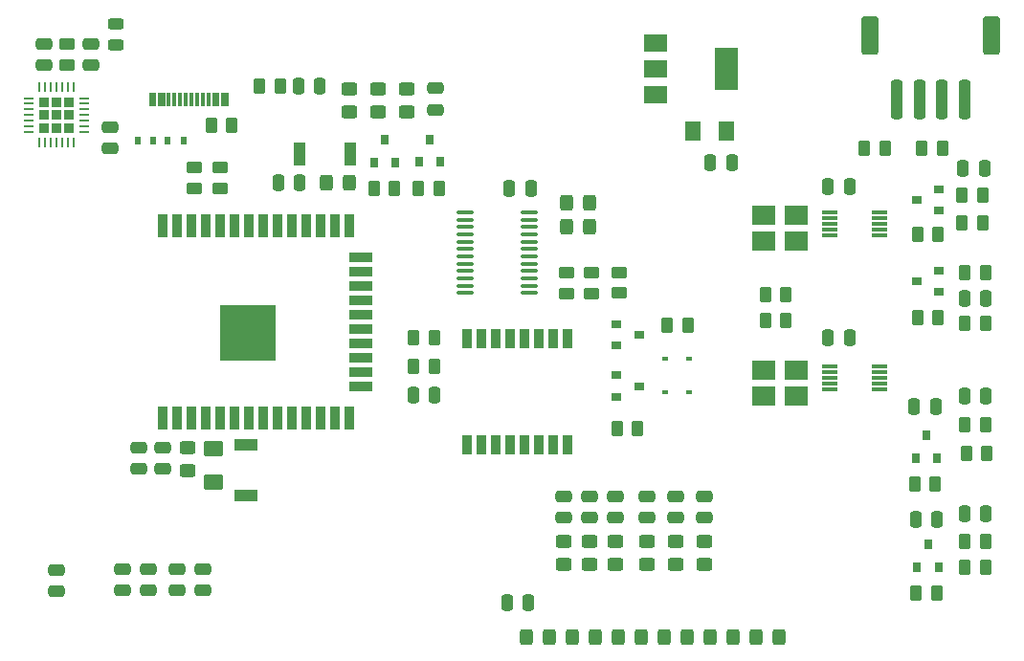
<source format=gtp>
G04 #@! TF.GenerationSoftware,KiCad,Pcbnew,7.0.7*
G04 #@! TF.CreationDate,2023-09-10T11:25:55+02:00*
G04 #@! TF.ProjectId,ESP32Vfo,45535033-3256-4666-9f2e-6b696361645f,rev?*
G04 #@! TF.SameCoordinates,Original*
G04 #@! TF.FileFunction,Paste,Top*
G04 #@! TF.FilePolarity,Positive*
%FSLAX46Y46*%
G04 Gerber Fmt 4.6, Leading zero omitted, Abs format (unit mm)*
G04 Created by KiCad (PCBNEW 7.0.7) date 2023-09-10 11:25:55*
%MOMM*%
%LPD*%
G01*
G04 APERTURE LIST*
G04 Aperture macros list*
%AMRoundRect*
0 Rectangle with rounded corners*
0 $1 Rounding radius*
0 $2 $3 $4 $5 $6 $7 $8 $9 X,Y pos of 4 corners*
0 Add a 4 corners polygon primitive as box body*
4,1,4,$2,$3,$4,$5,$6,$7,$8,$9,$2,$3,0*
0 Add four circle primitives for the rounded corners*
1,1,$1+$1,$2,$3*
1,1,$1+$1,$4,$5*
1,1,$1+$1,$6,$7*
1,1,$1+$1,$8,$9*
0 Add four rect primitives between the rounded corners*
20,1,$1+$1,$2,$3,$4,$5,0*
20,1,$1+$1,$4,$5,$6,$7,0*
20,1,$1+$1,$6,$7,$8,$9,0*
20,1,$1+$1,$8,$9,$2,$3,0*%
G04 Aperture macros list end*
%ADD10RoundRect,0.250000X-0.625000X0.462500X-0.625000X-0.462500X0.625000X-0.462500X0.625000X0.462500X0*%
%ADD11RoundRect,0.250000X0.250000X0.475000X-0.250000X0.475000X-0.250000X-0.475000X0.250000X-0.475000X0*%
%ADD12RoundRect,0.250000X0.462500X0.625000X-0.462500X0.625000X-0.462500X-0.625000X0.462500X-0.625000X0*%
%ADD13RoundRect,0.250000X0.475000X-0.250000X0.475000X0.250000X-0.475000X0.250000X-0.475000X-0.250000X0*%
%ADD14RoundRect,0.250000X-0.475000X0.250000X-0.475000X-0.250000X0.475000X-0.250000X0.475000X0.250000X0*%
%ADD15RoundRect,0.249999X0.450001X-0.325001X0.450001X0.325001X-0.450001X0.325001X-0.450001X-0.325001X0*%
%ADD16RoundRect,0.249999X0.325001X0.450001X-0.325001X0.450001X-0.325001X-0.450001X0.325001X-0.450001X0*%
%ADD17RoundRect,0.249999X-0.325001X-0.450001X0.325001X-0.450001X0.325001X0.450001X-0.325001X0.450001X0*%
%ADD18RoundRect,0.249999X-0.450001X0.325001X-0.450001X-0.325001X0.450001X-0.325001X0.450001X0.325001X0*%
%ADD19R,2.000000X1.500000*%
%ADD20R,2.000000X3.800000*%
%ADD21R,0.900000X2.000000*%
%ADD22R,2.000000X0.900000*%
%ADD23R,5.000000X5.000000*%
%ADD24R,0.900000X1.700000*%
%ADD25R,2.000000X1.050000*%
%ADD26RoundRect,0.250000X0.250000X1.500000X-0.250000X1.500000X-0.250000X-1.500000X0.250000X-1.500000X0*%
%ADD27RoundRect,0.250000X0.500000X1.450000X-0.500000X1.450000X-0.500000X-1.450000X0.500000X-1.450000X0*%
%ADD28RoundRect,0.250000X-0.250000X-0.475000X0.250000X-0.475000X0.250000X0.475000X-0.250000X0.475000X0*%
%ADD29RoundRect,0.243750X-0.456250X0.243750X-0.456250X-0.243750X0.456250X-0.243750X0.456250X0.243750X0*%
%ADD30R,0.300000X1.150000*%
%ADD31RoundRect,0.249998X0.262502X0.450002X-0.262502X0.450002X-0.262502X-0.450002X0.262502X-0.450002X0*%
%ADD32RoundRect,0.249998X0.450002X-0.262502X0.450002X0.262502X-0.450002X0.262502X-0.450002X-0.262502X0*%
%ADD33RoundRect,0.225000X0.225000X0.225000X-0.225000X0.225000X-0.225000X-0.225000X0.225000X-0.225000X0*%
%ADD34RoundRect,0.062500X0.337500X0.062500X-0.337500X0.062500X-0.337500X-0.062500X0.337500X-0.062500X0*%
%ADD35RoundRect,0.062500X0.062500X0.337500X-0.062500X0.337500X-0.062500X-0.337500X0.062500X-0.337500X0*%
%ADD36R,0.800000X0.900000*%
%ADD37R,0.900000X0.800000*%
%ADD38RoundRect,0.249998X-0.262502X-0.450002X0.262502X-0.450002X0.262502X0.450002X-0.262502X0.450002X0*%
%ADD39RoundRect,0.249998X-0.450002X0.262502X-0.450002X-0.262502X0.450002X-0.262502X0.450002X0.262502X0*%
%ADD40RoundRect,0.100000X-0.637500X-0.100000X0.637500X-0.100000X0.637500X0.100000X-0.637500X0.100000X0*%
%ADD41R,1.400000X0.300000*%
%ADD42R,2.100000X1.800000*%
%ADD43R,1.050000X2.000000*%
%ADD44R,0.600000X0.450000*%
%ADD45R,0.600000X0.800000*%
%ADD46RoundRect,0.249999X0.450001X-0.262501X0.450001X0.262501X-0.450001X0.262501X-0.450001X-0.262501X0*%
G04 APERTURE END LIST*
D10*
X60579000Y-75728500D03*
X60579000Y-78703500D03*
D11*
X88707000Y-52705000D03*
X86807000Y-52705000D03*
X106487000Y-50419000D03*
X104587000Y-50419000D03*
D12*
X106008500Y-47625000D03*
X103033500Y-47625000D03*
D11*
X116901000Y-52578000D03*
X115001000Y-52578000D03*
D13*
X56134000Y-77531000D03*
X56134000Y-75631000D03*
D14*
X104013000Y-79949000D03*
X104013000Y-81849000D03*
X101473000Y-79949000D03*
X101473000Y-81849000D03*
X98933000Y-79949000D03*
X98933000Y-81849000D03*
X96139000Y-79949000D03*
X96139000Y-81849000D03*
X93853000Y-79949000D03*
X93853000Y-81849000D03*
X91567000Y-79949000D03*
X91567000Y-81849000D03*
X80264000Y-43858000D03*
X80264000Y-45758000D03*
D13*
X52578000Y-88326000D03*
X52578000Y-86426000D03*
X54864000Y-88326000D03*
X54864000Y-86426000D03*
X59690000Y-88326000D03*
X59690000Y-86426000D03*
X57404000Y-88326000D03*
X57404000Y-86426000D03*
X46736000Y-88376800D03*
X46736000Y-86476800D03*
D15*
X58293000Y-77733000D03*
X58293000Y-75683000D03*
D16*
X110626000Y-92456000D03*
X108576000Y-92456000D03*
D17*
X104512000Y-92456000D03*
X106562000Y-92456000D03*
X100448000Y-92456000D03*
X102498000Y-92456000D03*
X96384000Y-92456000D03*
X98434000Y-92456000D03*
X92320000Y-92456000D03*
X94370000Y-92456000D03*
X88265000Y-92456000D03*
X90315000Y-92456000D03*
D18*
X104013000Y-83938000D03*
X104013000Y-85988000D03*
X101473000Y-83938000D03*
X101473000Y-85988000D03*
X98933000Y-83938000D03*
X98933000Y-85988000D03*
X96139000Y-83938000D03*
X96139000Y-85988000D03*
X93853000Y-83938000D03*
X93853000Y-85988000D03*
X91567000Y-83938000D03*
X91567000Y-85988000D03*
D15*
X72644000Y-45983000D03*
X72644000Y-43933000D03*
X75184000Y-45983000D03*
X75184000Y-43933000D03*
X77724000Y-45983000D03*
X77724000Y-43933000D03*
D16*
X93862000Y-56134000D03*
X91812000Y-56134000D03*
X93862000Y-53975000D03*
X91812000Y-53975000D03*
D19*
X99720000Y-39864000D03*
X99720000Y-42164000D03*
D20*
X106020000Y-42164000D03*
D19*
X99720000Y-44464000D03*
D21*
X56134000Y-73016000D03*
X57404000Y-73016000D03*
X58674000Y-73016000D03*
X59944000Y-73016000D03*
X61214000Y-73016000D03*
X62484000Y-73016000D03*
X63754000Y-73016000D03*
X65024000Y-73016000D03*
X66294000Y-73016000D03*
X67564000Y-73016000D03*
X68834000Y-73016000D03*
X70104000Y-73016000D03*
X71374000Y-73016000D03*
X72644000Y-73016000D03*
D22*
X73644000Y-70231000D03*
X73644000Y-68961000D03*
X73644000Y-67691000D03*
X73644000Y-66421000D03*
X73644000Y-65151000D03*
X73644000Y-63881000D03*
X73644000Y-62611000D03*
X73644000Y-61341000D03*
X73644000Y-60071000D03*
X73644000Y-58801000D03*
D21*
X72644000Y-56016000D03*
X71374000Y-56016000D03*
X70104000Y-56016000D03*
X68834000Y-56016000D03*
X67564000Y-56016000D03*
X66294000Y-56016000D03*
X65024000Y-56016000D03*
X63754000Y-56016000D03*
X62484000Y-56016000D03*
X61214000Y-56016000D03*
X59944000Y-56016000D03*
X58674000Y-56016000D03*
X57404000Y-56016000D03*
X56134000Y-56016000D03*
D23*
X63634000Y-65516000D03*
D24*
X83053000Y-75439000D03*
X84333000Y-75439000D03*
X85593000Y-75439000D03*
X86863000Y-75439000D03*
X88143000Y-75439000D03*
X89413000Y-75439000D03*
X90673000Y-75439000D03*
X91953000Y-75439000D03*
X91953000Y-66039000D03*
X90673000Y-66039000D03*
X89413000Y-66039000D03*
X88143000Y-66039000D03*
X86863000Y-66039000D03*
X85593000Y-66039000D03*
X84333000Y-66039000D03*
X83053000Y-66039000D03*
D17*
X70603000Y-52197000D03*
X72653000Y-52197000D03*
D25*
X63500000Y-79888000D03*
X63500000Y-75438000D03*
D26*
X127079000Y-44887000D03*
X125079000Y-44887000D03*
X123079000Y-44887000D03*
X121079000Y-44887000D03*
D27*
X118729000Y-39137000D03*
X129429000Y-39137000D03*
D28*
X68138000Y-43688000D03*
X70038000Y-43688000D03*
D29*
X51943000Y-38178500D03*
X51943000Y-40053500D03*
D30*
X61770000Y-44818000D03*
X60970000Y-44818000D03*
X59670000Y-44818000D03*
X58670000Y-44818000D03*
X58170000Y-44818000D03*
X57170000Y-44818000D03*
X55870000Y-44818000D03*
X55070000Y-44818000D03*
X55370000Y-44818000D03*
X56170000Y-44818000D03*
X56670000Y-44818000D03*
X57670000Y-44818000D03*
X59170000Y-44818000D03*
X60170000Y-44818000D03*
X60670000Y-44818000D03*
X61470000Y-44818000D03*
D31*
X62253500Y-47117000D03*
X60428500Y-47117000D03*
X66495300Y-43688000D03*
X64670300Y-43688000D03*
D32*
X58928000Y-52728500D03*
X58928000Y-50903500D03*
X61214000Y-52728500D03*
X61214000Y-50903500D03*
D33*
X46736000Y-46228000D03*
X47856000Y-47348000D03*
X47856000Y-45108000D03*
X45616000Y-46228000D03*
X46736000Y-47348000D03*
X45616000Y-45108000D03*
X47856000Y-46228000D03*
X46736000Y-45108000D03*
X45616000Y-47348000D03*
D34*
X49186000Y-47728000D03*
X49186000Y-47228000D03*
X49186000Y-46728000D03*
X49186000Y-46228000D03*
X49186000Y-45728000D03*
X49186000Y-45228000D03*
X49186000Y-44728000D03*
D35*
X48236000Y-43778000D03*
X47736000Y-43778000D03*
X47236000Y-43778000D03*
X46736000Y-43778000D03*
X46236000Y-43778000D03*
X45736000Y-43778000D03*
X45236000Y-43778000D03*
D34*
X44286000Y-44728000D03*
X44286000Y-45228000D03*
X44286000Y-45728000D03*
X44286000Y-46228000D03*
X44286000Y-46728000D03*
X44286000Y-47228000D03*
X44286000Y-47728000D03*
D35*
X45236000Y-48678000D03*
X45736000Y-48678000D03*
X46236000Y-48678000D03*
X46736000Y-48678000D03*
X47236000Y-48678000D03*
X47736000Y-48678000D03*
X48236000Y-48678000D03*
D11*
X88478400Y-89408000D03*
X86578400Y-89408000D03*
D14*
X45593000Y-39944000D03*
X45593000Y-41844000D03*
X49784000Y-39944000D03*
X49784000Y-41844000D03*
X51435000Y-47310000D03*
X51435000Y-49210000D03*
D11*
X116901000Y-65913000D03*
X115001000Y-65913000D03*
X80198000Y-70993000D03*
X78298000Y-70993000D03*
D28*
X122748000Y-82042000D03*
X124648000Y-82042000D03*
X122621000Y-72009000D03*
X124521000Y-72009000D03*
X127066000Y-81534000D03*
X128966000Y-81534000D03*
X126939000Y-50927000D03*
X128839000Y-50927000D03*
X127066000Y-71120000D03*
X128966000Y-71120000D03*
X127066000Y-62484000D03*
X128966000Y-62484000D03*
D36*
X122875000Y-86217000D03*
X124775000Y-86217000D03*
X123825000Y-84217000D03*
D37*
X124825000Y-54671000D03*
X124825000Y-52771000D03*
X122825000Y-53721000D03*
D36*
X122748000Y-76565000D03*
X124648000Y-76565000D03*
X123698000Y-74565000D03*
D37*
X124825000Y-61910000D03*
X124825000Y-60010000D03*
X122825000Y-60960000D03*
D31*
X111275500Y-62103000D03*
X109450500Y-62103000D03*
X111275500Y-64389000D03*
X109450500Y-64389000D03*
D38*
X78335500Y-65913000D03*
X80160500Y-65913000D03*
D39*
X47625000Y-39981500D03*
X47625000Y-41806500D03*
D38*
X78335500Y-68453000D03*
X80160500Y-68453000D03*
X118213500Y-49149000D03*
X120038500Y-49149000D03*
X123293500Y-49149000D03*
X125118500Y-49149000D03*
X127103500Y-86233000D03*
X128928500Y-86233000D03*
X126849500Y-53340000D03*
X128674500Y-53340000D03*
X127103500Y-83947000D03*
X128928500Y-83947000D03*
D31*
X128674500Y-55753000D03*
X126849500Y-55753000D03*
X124610500Y-88519000D03*
X122785500Y-88519000D03*
X124737500Y-56769000D03*
X122912500Y-56769000D03*
X124483500Y-78867000D03*
X122658500Y-78867000D03*
X124737500Y-64135000D03*
X122912500Y-64135000D03*
X129055500Y-76200000D03*
X127230500Y-76200000D03*
X128928500Y-60198000D03*
X127103500Y-60198000D03*
D38*
X127103500Y-73660000D03*
X128928500Y-73660000D03*
X127103500Y-64643000D03*
X128928500Y-64643000D03*
D40*
X82862500Y-54845000D03*
X82862500Y-55495000D03*
X82862500Y-56145000D03*
X82862500Y-56795000D03*
X82862500Y-57445000D03*
X82862500Y-58095000D03*
X82862500Y-58745000D03*
X82862500Y-59395000D03*
X82862500Y-60045000D03*
X82862500Y-60695000D03*
X82862500Y-61345000D03*
X82862500Y-61995000D03*
X88587500Y-61995000D03*
X88587500Y-61345000D03*
X88587500Y-60695000D03*
X88587500Y-60045000D03*
X88587500Y-59395000D03*
X88587500Y-58745000D03*
X88587500Y-58095000D03*
X88587500Y-57445000D03*
X88587500Y-56795000D03*
X88587500Y-56145000D03*
X88587500Y-55495000D03*
X88587500Y-54845000D03*
D41*
X115148000Y-68469000D03*
X115148000Y-68969000D03*
X115148000Y-69469000D03*
X115148000Y-69969000D03*
X115148000Y-70469000D03*
X119548000Y-70469000D03*
X119548000Y-69969000D03*
X119548000Y-69469000D03*
X119548000Y-68969000D03*
X119548000Y-68469000D03*
X115148000Y-54880000D03*
X115148000Y-55380000D03*
X115148000Y-55880000D03*
X115148000Y-56380000D03*
X115148000Y-56880000D03*
X119548000Y-56880000D03*
X119548000Y-56380000D03*
X119548000Y-55880000D03*
X119548000Y-55380000D03*
X119548000Y-54880000D03*
D42*
X112194000Y-68827000D03*
X109294000Y-68827000D03*
X109294000Y-71127000D03*
X112194000Y-71127000D03*
X112194000Y-55111000D03*
X109294000Y-55111000D03*
X109294000Y-57411000D03*
X112194000Y-57411000D03*
D28*
X66360000Y-52197000D03*
X68260000Y-52197000D03*
D43*
X72710000Y-49657000D03*
X68260000Y-49657000D03*
D44*
X100550000Y-67818000D03*
X102650000Y-67818000D03*
X100550000Y-70768000D03*
X102650000Y-70768000D03*
D37*
X96250000Y-64718000D03*
X96250000Y-66618000D03*
X98250000Y-65668000D03*
X96250000Y-69268000D03*
X96250000Y-71168000D03*
X98250000Y-70218000D03*
D38*
X100767500Y-64868000D03*
X102592500Y-64868000D03*
X96317500Y-73968000D03*
X98142500Y-73968000D03*
D36*
X78806000Y-50390300D03*
X80706000Y-50390300D03*
X79756000Y-48390300D03*
X74830900Y-50403000D03*
X76730900Y-50403000D03*
X75780900Y-48403000D03*
D31*
X80579600Y-52755800D03*
X78754600Y-52755800D03*
D38*
X74792200Y-52692300D03*
X76617200Y-52692300D03*
D14*
X53987700Y-75631000D03*
X53987700Y-77531000D03*
D32*
X96470000Y-61972500D03*
X96470000Y-60147500D03*
X94070000Y-62002500D03*
X94070000Y-60177500D03*
D45*
X53910000Y-48514000D03*
X55310000Y-48514000D03*
X57977000Y-48514000D03*
X56577000Y-48514000D03*
D46*
X91821000Y-61999500D03*
X91821000Y-60174500D03*
M02*

</source>
